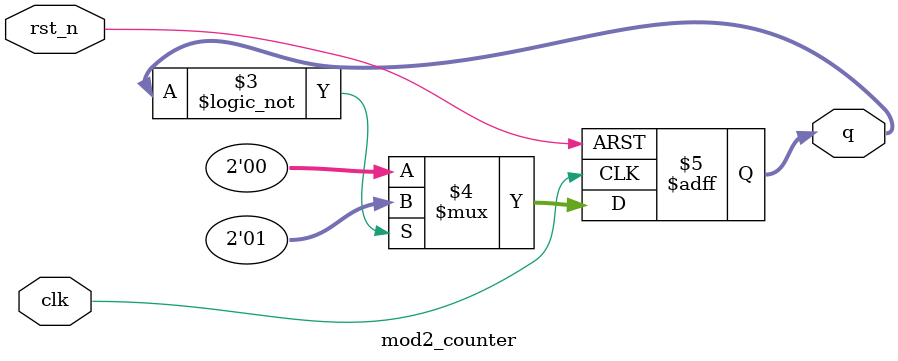
<source format=sv>
module cu (
           input logic start,
           input logic q0,
           input logic count,
           output logic [7:0] c,
           output logic stop
           );
   
endmodule // cu



module rs_ff (
              input logic  clk,
              input logic rst_n, // Active low, reset
              input logic  r,
              input logic  s,
              output logic q,
              output logic qn
              );
   always_ff @(posedge clk or negedge rst_n) begin
      if (!rst_n)
        q <= 0;
      else begin
         case ({r,s})
           2'b00:;//HOLD
           2'b01: q <= 1; //SET
           2'b10: q <= 0; //RESET
           2'b11: q <= 1'bx; //INVALID
         endcase // case ({r,s})
         
      end // else: !if(!rst_n)
   end // always_ff @ (posedge clk or negedge rst_n)
   assign qn = ~q;
   
endmodule // rs_ff

module mod2_counter (
                     input logic clk,
                     input logic rst_n,
                     output logic [1:0] q
                     );

   always_ff @(posedge clk or negedge rst_n) begin
      if (!rst_n)
        q <= 2'b00;
      else
        q <= (q == 2'b00)? 2'b01 : 2'b00;     
   end
   
endmodule // mod2_counter

</source>
